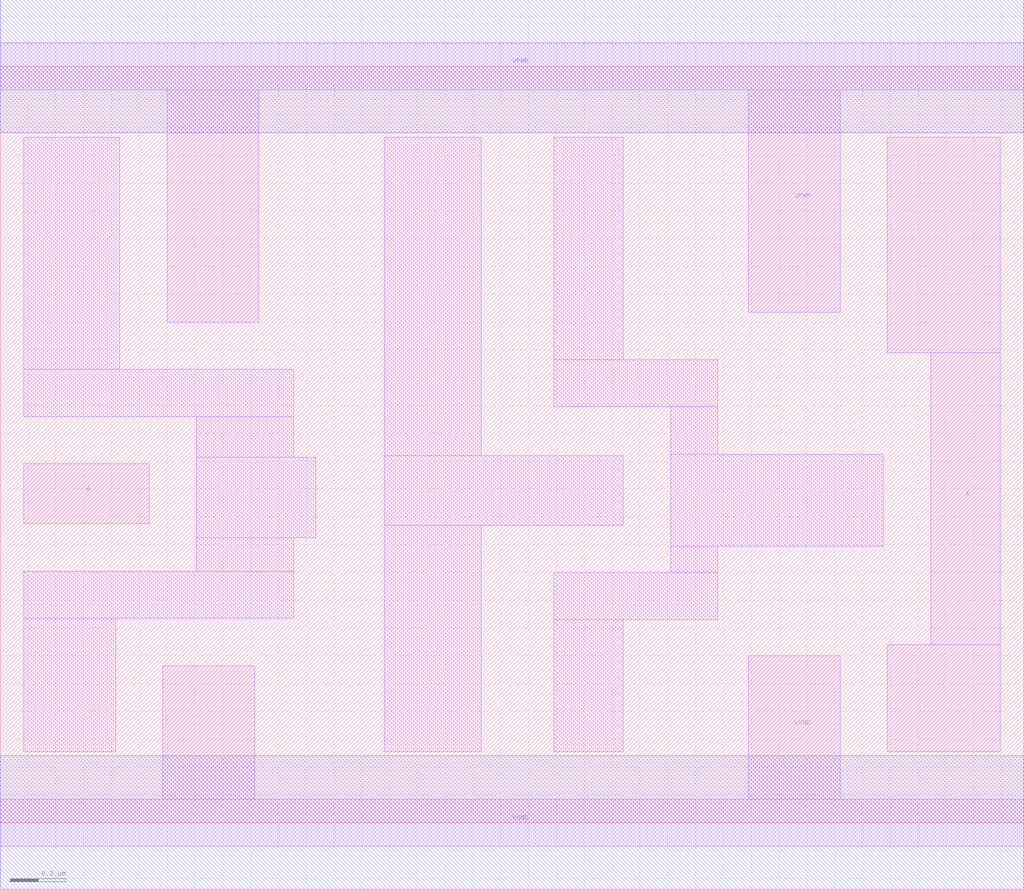
<source format=lef>
# Copyright 2020 The SkyWater PDK Authors
#
# Licensed under the Apache License, Version 2.0 (the "License");
# you may not use this file except in compliance with the License.
# You may obtain a copy of the License at
#
#     https://www.apache.org/licenses/LICENSE-2.0
#
# Unless required by applicable law or agreed to in writing, software
# distributed under the License is distributed on an "AS IS" BASIS,
# WITHOUT WARRANTIES OR CONDITIONS OF ANY KIND, either express or implied.
# See the License for the specific language governing permissions and
# limitations under the License.
#
# SPDX-License-Identifier: Apache-2.0

VERSION 5.5 ;
NAMESCASESENSITIVE ON ;
BUSBITCHARS "[]" ;
DIVIDERCHAR "/" ;
MACRO sky130_fd_sc_hd__clkdlybuf4s50_1
  CLASS CORE ;
  SOURCE USER ;
  ORIGIN  0.000000  0.000000 ;
  SIZE  3.680000 BY  2.720000 ;
  SYMMETRY X Y R90 ;
  SITE unithd ;
  PIN A
    ANTENNAGATEAREA  0.213000 ;
    DIRECTION INPUT ;
    USE SIGNAL ;
    PORT
      LAYER li1 ;
        RECT 0.085000 1.075000 0.535000 1.290000 ;
    END
  END A
  PIN X
    ANTENNADIFFAREA  0.504100 ;
    DIRECTION OUTPUT ;
    USE SIGNAL ;
    PORT
      LAYER li1 ;
        RECT 3.190000 0.255000 3.595000 0.640000 ;
        RECT 3.190000 1.690000 3.595000 2.465000 ;
        RECT 3.345000 0.640000 3.595000 1.690000 ;
    END
  END X
  PIN VGND
    DIRECTION INOUT ;
    SHAPE ABUTMENT ;
    USE GROUND ;
    PORT
      LAYER li1 ;
        RECT 0.000000 -0.085000 3.680000 0.085000 ;
        RECT 0.585000  0.085000 0.915000 0.565000 ;
        RECT 2.690000  0.085000 3.020000 0.600000 ;
    END
    PORT
      LAYER met1 ;
        RECT 0.000000 -0.240000 3.680000 0.240000 ;
    END
  END VGND
  PIN VNB
    DIRECTION INOUT ;
    USE GROUND ;
    PORT
    END
  END VNB
  PIN VPB
    DIRECTION INOUT ;
    USE POWER ;
    PORT
    END
  END VPB
  PIN VPWR
    DIRECTION INOUT ;
    SHAPE ABUTMENT ;
    USE POWER ;
    PORT
      LAYER li1 ;
        RECT 0.000000 2.635000 3.680000 2.805000 ;
        RECT 0.600000 1.800000 0.930000 2.635000 ;
        RECT 2.690000 1.835000 3.020000 2.635000 ;
    END
    PORT
      LAYER met1 ;
        RECT 0.000000 2.480000 3.680000 2.960000 ;
    END
  END VPWR
  OBS
    LAYER li1 ;
      RECT 0.085000 0.255000 0.415000 0.735000 ;
      RECT 0.085000 0.735000 1.055000 0.905000 ;
      RECT 0.085000 1.460000 1.055000 1.630000 ;
      RECT 0.085000 1.630000 0.430000 2.465000 ;
      RECT 0.705000 0.905000 1.055000 1.025000 ;
      RECT 0.705000 1.025000 1.135000 1.315000 ;
      RECT 0.705000 1.315000 1.055000 1.460000 ;
      RECT 1.380000 0.255000 1.730000 1.070000 ;
      RECT 1.380000 1.070000 2.240000 1.320000 ;
      RECT 1.380000 1.320000 1.730000 2.465000 ;
      RECT 1.990000 0.255000 2.240000 0.730000 ;
      RECT 1.990000 0.730000 2.580000 0.900000 ;
      RECT 1.990000 1.495000 2.580000 1.665000 ;
      RECT 1.990000 1.665000 2.240000 2.465000 ;
      RECT 2.410000 0.900000 2.580000 0.995000 ;
      RECT 2.410000 0.995000 3.175000 1.325000 ;
      RECT 2.410000 1.325000 2.580000 1.495000 ;
  END
END sky130_fd_sc_hd__clkdlybuf4s50_1
END LIBRARY

</source>
